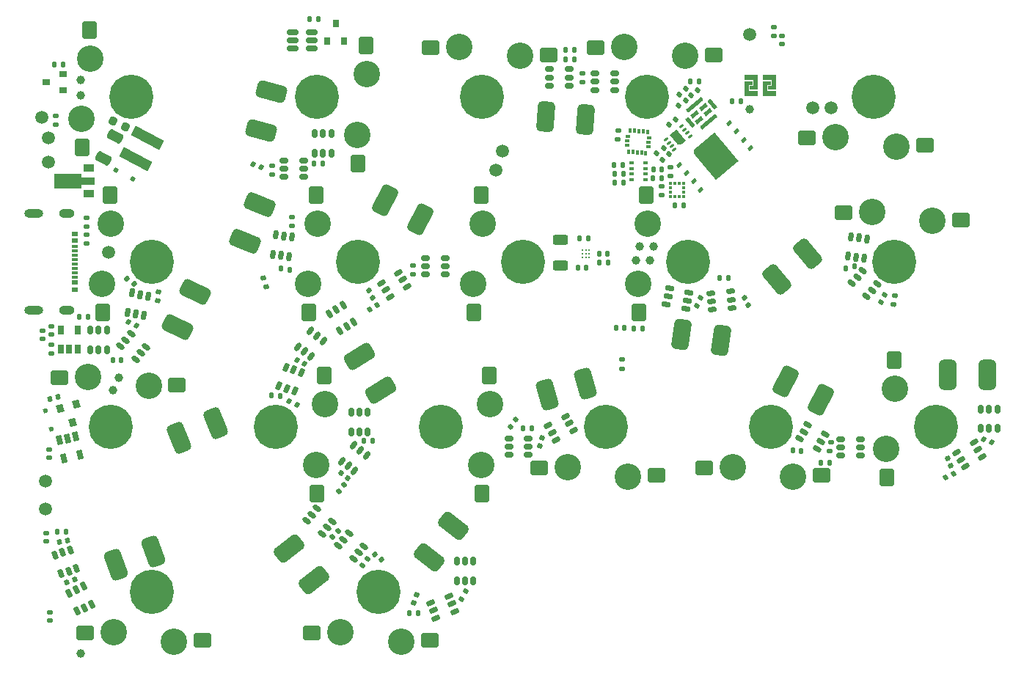
<source format=gbs>
G04 #@! TF.GenerationSoftware,KiCad,Pcbnew,(6.0.11-0)*
G04 #@! TF.CreationDate,2023-02-16T18:47:19+08:00*
G04 #@! TF.ProjectId,Right,52696768-742e-46b6-9963-61645f706362,rev?*
G04 #@! TF.SameCoordinates,Original*
G04 #@! TF.FileFunction,Soldermask,Bot*
G04 #@! TF.FilePolarity,Negative*
%FSLAX46Y46*%
G04 Gerber Fmt 4.6, Leading zero omitted, Abs format (unit mm)*
G04 Created by KiCad (PCBNEW (6.0.11-0)) date 2023-02-16 18:47:19*
%MOMM*%
%LPD*%
G01*
G04 APERTURE LIST*
G04 Aperture macros list*
%AMRoundRect*
0 Rectangle with rounded corners*
0 $1 Rounding radius*
0 $2 $3 $4 $5 $6 $7 $8 $9 X,Y pos of 4 corners*
0 Add a 4 corners polygon primitive as box body*
4,1,4,$2,$3,$4,$5,$6,$7,$8,$9,$2,$3,0*
0 Add four circle primitives for the rounded corners*
1,1,$1+$1,$2,$3*
1,1,$1+$1,$4,$5*
1,1,$1+$1,$6,$7*
1,1,$1+$1,$8,$9*
0 Add four rect primitives between the rounded corners*
20,1,$1+$1,$2,$3,$4,$5,0*
20,1,$1+$1,$4,$5,$6,$7,0*
20,1,$1+$1,$6,$7,$8,$9,0*
20,1,$1+$1,$8,$9,$2,$3,0*%
%AMRotRect*
0 Rectangle, with rotation*
0 The origin of the aperture is its center*
0 $1 length*
0 $2 width*
0 $3 Rotation angle, in degrees counterclockwise*
0 Add horizontal line*
21,1,$1,$2,0,0,$3*%
%AMOutline4P*
0 Free polygon, 4 corners , with rotation*
0 The origin of the aperture is its center*
0 number of corners: always 4*
0 $1 to $8 corner X, Y*
0 $9 Rotation angle, in degrees counterclockwise*
0 create outline with 4 corners*
4,1,4,$1,$2,$3,$4,$5,$6,$7,$8,$1,$2,$9*%
%AMOutline5P*
0 Free polygon, 5 corners , with rotation*
0 The origin of the aperture is its center*
0 number of corners: always 5*
0 $1 to $10 corner X, Y*
0 $11 Rotation angle, in degrees counterclockwise*
0 create outline with 5 corners*
4,1,5,$1,$2,$3,$4,$5,$6,$7,$8,$9,$10,$1,$2,$11*%
%AMOutline6P*
0 Free polygon, 6 corners , with rotation*
0 The origin of the aperture is its center*
0 number of corners: always 6*
0 $1 to $12 corner X, Y*
0 $13 Rotation angle, in degrees counterclockwise*
0 create outline with 6 corners*
4,1,6,$1,$2,$3,$4,$5,$6,$7,$8,$9,$10,$11,$12,$1,$2,$13*%
%AMOutline7P*
0 Free polygon, 7 corners , with rotation*
0 The origin of the aperture is its center*
0 number of corners: always 7*
0 $1 to $14 corner X, Y*
0 $15 Rotation angle, in degrees counterclockwise*
0 create outline with 7 corners*
4,1,7,$1,$2,$3,$4,$5,$6,$7,$8,$9,$10,$11,$12,$13,$14,$1,$2,$15*%
%AMOutline8P*
0 Free polygon, 8 corners , with rotation*
0 The origin of the aperture is its center*
0 number of corners: always 8*
0 $1 to $16 corner X, Y*
0 $17 Rotation angle, in degrees counterclockwise*
0 create outline with 8 corners*
4,1,8,$1,$2,$3,$4,$5,$6,$7,$8,$9,$10,$11,$12,$13,$14,$15,$16,$1,$2,$17*%
%AMFreePoly0*
4,1,6,0.500000,-0.850000,-0.199999,-0.850000,-0.500000,-0.550000,-0.500000,0.850000,0.500000,0.850000,0.500000,-0.850000,0.500000,-0.850000,$1*%
%AMFreePoly1*
4,1,9,1.475000,0.375000,1.050000,0.375000,1.050000,0.775000,0.300000,0.775000,0.300000,-0.250000,-0.250000,-0.250000,-0.250000,1.250000,1.475000,1.250000,1.475000,0.375000,1.475000,0.375000,$1*%
%AMFreePoly2*
4,1,9,3.862500,-0.866500,0.737500,-0.866500,0.737500,-0.450000,-0.737500,-0.450000,-0.737500,0.450000,0.737500,0.450000,0.737500,0.866500,3.862500,0.866500,3.862500,-0.866500,3.862500,-0.866500,$1*%
G04 Aperture macros list end*
%ADD10RoundRect,0.500000X-0.042321X-1.345626X0.897371X-1.003606X0.042321X1.345626X-0.897371X1.003606X0*%
%ADD11RoundRect,0.500000X0.042321X1.345626X-0.897371X1.003606X-0.042321X-1.345626X0.897371X-1.003606X0*%
%ADD12RoundRect,0.500000X-0.500000X-1.250000X0.500000X-1.250000X0.500000X1.250000X-0.500000X1.250000X0*%
%ADD13RoundRect,0.500000X0.500000X1.250000X-0.500000X1.250000X-0.500000X-1.250000X0.500000X-1.250000X0*%
%ADD14C,3.050000*%
%ADD15C,5.100000*%
%ADD16RoundRect,0.170000X0.680000X-0.830000X0.680000X0.830000X-0.680000X0.830000X-0.680000X-0.830000X0*%
%ADD17RoundRect,0.170000X-0.680000X0.830000X-0.680000X-0.830000X0.680000X-0.830000X0.680000X0.830000X0*%
%ADD18RoundRect,0.500000X-0.136084X-1.339396X0.825178X-1.063758X0.136084X1.339396X-0.825178X1.063758X0*%
%ADD19RoundRect,0.500000X0.136084X1.339396X-0.825178X1.063758X-0.136084X-1.339396X0.825178X-1.063758X0*%
%ADD20RoundRect,0.500000X1.292844X0.375571X0.677183X1.163582X-1.292844X-0.375571X-0.677183X-1.163582X0*%
%ADD21RoundRect,0.500000X-1.292844X-0.375571X-0.677183X-1.163582X1.292844X0.375571X0.677183X1.163582X0*%
%ADD22RoundRect,0.170000X0.830000X0.680000X-0.830000X0.680000X-0.830000X-0.680000X0.830000X-0.680000X0*%
%ADD23RoundRect,0.170000X-0.830000X-0.680000X0.830000X-0.680000X0.830000X0.680000X-0.830000X0.680000X0*%
%ADD24RoundRect,0.500000X0.669100X1.168249X-0.321168X1.307422X-0.669100X-1.168249X0.321168X-1.307422X0*%
%ADD25RoundRect,0.500000X-0.669100X-1.168249X0.321168X-1.307422X0.669100X1.168249X-0.321168X1.307422X0*%
%ADD26RoundRect,0.500000X-0.904307X0.997361X-1.342678X0.098567X0.904307X-0.997361X1.342678X-0.098567X0*%
%ADD27RoundRect,0.500000X0.904307X-0.997361X1.342678X-0.098567X-0.904307X0.997361X-1.342678X0.098567X0*%
%ADD28RoundRect,0.500000X-1.028313X-0.868949X-0.145366X-1.338420X1.028313X0.868949X0.145366X1.338420X0*%
%ADD29RoundRect,0.500000X1.028313X0.868949X0.145366X1.338420X-1.028313X-0.868949X-0.145366X-1.338420X0*%
%ADD30RoundRect,0.500000X0.585978X1.212077X-0.411586X1.281833X-0.585978X-1.212077X0.411586X-1.281833X0*%
%ADD31RoundRect,0.500000X-0.585978X-1.212077X0.411586X-1.281833X0.585978X1.212077X-0.411586X1.281833X0*%
%ADD32RoundRect,0.500000X0.420462X-1.278949X1.186507X-0.636162X-0.420462X1.278949X-1.186507X0.636162X0*%
%ADD33RoundRect,0.500000X-0.420462X1.278949X-1.186507X0.636162X0.420462X-1.278949X1.186507X-0.636162X0*%
%ADD34RoundRect,0.500000X0.677183X-1.163582X1.292844X-0.375571X-0.677183X1.163582X-1.292844X0.375571X0*%
%ADD35RoundRect,0.500000X-0.677183X1.163582X-1.292844X0.375571X0.677183X-1.163582X1.292844X-0.375571X0*%
%ADD36RoundRect,0.500000X-1.325020X-0.238375X-0.795100X-1.086423X1.325020X0.238375X0.795100X1.086423X0*%
%ADD37RoundRect,0.500000X1.325020X0.238375X0.795100X1.086423X-1.325020X-0.238375X-0.795100X-1.086423X0*%
%ADD38RoundRect,0.500000X0.971677X-0.931850X1.346283X-0.004666X-0.971677X0.931850X-1.346283X0.004666X0*%
%ADD39RoundRect,0.500000X-0.971677X0.931850X-1.346283X0.004666X0.971677X-0.931850X1.346283X-0.004666X0*%
%ADD40RoundRect,0.500000X-0.004666X1.346283X-0.931850X0.971677X0.004666X-1.346283X0.931850X-0.971677X0*%
%ADD41RoundRect,0.500000X0.004666X-1.346283X0.931850X-0.971677X-0.004666X1.346283X-0.931850X0.971677X0*%
%ADD42RoundRect,0.500000X1.077998X-0.806487X1.336817X0.159439X-1.077998X0.806487X-1.336817X-0.159439X0*%
%ADD43RoundRect,0.500000X-1.077998X0.806487X-1.336817X-0.159439X1.077998X-0.806487X1.336817X0.159439X0*%
%ADD44RoundRect,0.140000X0.213186X0.055243X-0.013339X0.219823X-0.213186X-0.055243X0.013339X-0.219823X0*%
%ADD45RoundRect,0.150000X-0.150000X0.350000X-0.150000X-0.350000X0.150000X-0.350000X0.150000X0.350000X0*%
%ADD46R,0.500000X0.350000*%
%ADD47C,1.500000*%
%ADD48RoundRect,0.135000X0.007516X-0.228896X0.220279X-0.062668X-0.007516X0.228896X-0.220279X0.062668X0*%
%ADD49RoundRect,0.140000X-0.170000X0.140000X-0.170000X-0.140000X0.170000X-0.140000X0.170000X0.140000X0*%
%ADD50RoundRect,0.135000X-0.185000X0.135000X-0.185000X-0.135000X0.185000X-0.135000X0.185000X0.135000X0*%
%ADD51RoundRect,0.135000X0.215044X-0.078777X0.140622X0.180763X-0.215044X0.078777X-0.140622X-0.180763X0*%
%ADD52C,1.000000*%
%ADD53RoundRect,0.135000X0.135000X0.185000X-0.135000X0.185000X-0.135000X-0.185000X0.135000X-0.185000X0*%
%ADD54RoundRect,0.150000X-0.332403X-0.185763X0.363762X-0.112593X0.332403X0.185763X-0.363762X0.112593X0*%
%ADD55RoundRect,0.147500X0.172500X-0.147500X0.172500X0.147500X-0.172500X0.147500X-0.172500X-0.147500X0*%
%ADD56RoundRect,0.135000X0.159433X0.164411X-0.107939X0.201988X-0.159433X-0.164411X0.107939X-0.201988X0*%
%ADD57RoundRect,0.135000X-0.015500X0.228495X-0.222332X0.054942X0.015500X-0.228495X0.222332X-0.054942X0*%
%ADD58RoundRect,0.135000X0.185000X-0.135000X0.185000X0.135000X-0.185000X0.135000X-0.185000X-0.135000X0*%
%ADD59RoundRect,0.150000X0.312679X-0.217329X-0.058265X0.376305X-0.312679X0.217329X0.058265X-0.376305X0*%
%ADD60RoundRect,0.140000X0.062649X-0.211128X0.219223X0.021002X-0.062649X0.211128X-0.219223X-0.021002X0*%
%ADD61RoundRect,0.150000X0.097280X0.368153X-0.333683X-0.183455X-0.097280X-0.368153X0.333683X0.183455X0*%
%ADD62R,0.650000X1.060000*%
%ADD63RoundRect,0.135000X-0.135000X-0.185000X0.135000X-0.185000X0.135000X0.185000X-0.135000X0.185000X0*%
%ADD64R,0.800000X0.540000*%
%ADD65R,0.800000X0.300000*%
%ADD66O,2.200000X1.000000*%
%ADD67O,1.800000X1.000000*%
%ADD68RoundRect,0.135000X-0.190132X-0.127670X0.063585X-0.220016X0.190132X0.127670X-0.063585X0.220016X0*%
%ADD69R,0.800000X0.900000*%
%ADD70RoundRect,0.150000X0.350000X0.150000X-0.350000X0.150000X-0.350000X-0.150000X0.350000X-0.150000X0*%
%ADD71RoundRect,0.150000X0.228109X0.304904X-0.378109X-0.045096X-0.228109X-0.304904X0.378109X0.045096X0*%
%ADD72RotRect,1.060000X0.650000X284.000000*%
%ADD73RotRect,0.500000X0.500000X106.000000*%
%ADD74RoundRect,0.087500X0.074208X-0.193147X0.100366X0.180940X-0.074208X0.193147X-0.100366X-0.180940X0*%
%ADD75RoundRect,0.087500X0.180940X-0.100366X0.193147X0.074208X-0.180940X0.100366X-0.193147X-0.074208X0*%
%ADD76RotRect,0.500000X0.500000X332.000000*%
%ADD77RoundRect,0.140000X-0.148861X0.162297X-0.187830X-0.114978X0.148861X-0.162297X0.187830X0.114978X0*%
%ADD78RoundRect,0.150000X-0.364534X0.110069X0.171697X-0.339882X0.364534X-0.110069X-0.171697X0.339882X0*%
%ADD79RoundRect,0.150000X-0.373538X-0.073953X0.311165X-0.219491X0.373538X0.073953X-0.311165X0.219491X0*%
%ADD80RoundRect,0.135000X-0.007516X0.228896X-0.220279X0.062668X0.007516X-0.228896X0.220279X-0.062668X0*%
%ADD81RoundRect,0.140000X-0.140000X-0.170000X0.140000X-0.170000X0.140000X0.170000X-0.140000X0.170000X0*%
%ADD82RoundRect,0.135000X-0.114096X0.198575X-0.223915X-0.048082X0.114096X-0.198575X0.223915X0.048082X0*%
%ADD83RoundRect,0.250000X0.625000X-0.312500X0.625000X0.312500X-0.625000X0.312500X-0.625000X-0.312500X0*%
%ADD84RoundRect,0.150000X0.217329X0.312679X-0.376305X-0.058265X-0.217329X-0.312679X0.376305X0.058265X0*%
%ADD85RoundRect,0.135000X0.220279X0.062668X0.007516X0.228896X-0.220279X-0.062668X-0.007516X-0.228896X0*%
%ADD86RotRect,1.200000X3.700000X242.000000*%
%ADD87RoundRect,0.135000X-0.107097X0.202436X-0.225457X-0.040239X0.107097X-0.202436X0.225457X0.040239X0*%
%ADD88RoundRect,0.150000X-0.360470X0.122724X0.159731X-0.345667X0.360470X-0.122724X-0.159731X0.345667X0*%
%ADD89RoundRect,0.135000X0.202436X0.107097X-0.040239X0.225457X-0.202436X-0.107097X0.040239X-0.225457X0*%
%ADD90RoundRect,0.150000X-0.350000X-0.150000X0.350000X-0.150000X0.350000X0.150000X-0.350000X0.150000X0*%
%ADD91RoundRect,0.150000X-0.021247X0.380195X-0.260661X-0.277589X0.021247X-0.380195X0.260661X0.277589X0*%
%ADD92Outline4P,-0.225000X0.475000X0.225000X0.475000X0.225000X-0.475000X-0.225000X-0.475000X310.000000*%
%ADD93Outline6P,-0.225000X0.537500X-0.112500X0.650000X0.225000X0.650000X0.225000X-0.650000X-0.112500X-0.650000X-0.225000X-0.537500X220.000000*%
%ADD94Outline6P,-0.225000X1.037500X-0.112500X1.150000X0.225000X1.150000X0.225000X-1.150000X-0.112500X-1.150000X-0.225000X-1.037500X130.000000*%
%ADD95Outline6P,-0.225000X0.537500X-0.112500X0.650000X0.225000X0.650000X0.225000X-0.650000X-0.112500X-0.650000X-0.225000X-0.537500X40.000000*%
%ADD96Outline6P,-0.225000X1.037500X-0.112500X1.150000X0.225000X1.150000X0.225000X-1.150000X-0.112500X-1.150000X-0.225000X-1.037500X310.000000*%
%ADD97RoundRect,0.140000X0.140000X0.170000X-0.140000X0.170000X-0.140000X-0.170000X0.140000X-0.170000X0*%
%ADD98RoundRect,0.150000X0.073953X-0.373538X0.219491X0.311165X-0.073953X0.373538X-0.219491X-0.311165X0*%
%ADD99RoundRect,0.135000X0.086234X0.212164X-0.175745X0.146845X-0.086234X-0.212164X0.175745X-0.146845X0*%
%ADD100RoundRect,0.135000X-0.055868X-0.222101X0.194472X-0.120957X0.055868X0.222101X-0.194472X0.120957X0*%
%ADD101RoundRect,0.135000X-0.217958X-0.070317X0.000477X-0.229019X0.217958X0.070317X-0.000477X0.229019X0*%
%ADD102RoundRect,0.150000X-0.099830X0.367470X-0.197251X-0.325718X0.099830X-0.367470X0.197251X0.325718X0*%
%ADD103RoundRect,0.135000X0.198575X0.114096X-0.048082X0.223915X-0.198575X-0.114096X0.048082X-0.223915X0*%
%ADD104R,0.375000X0.350000*%
%ADD105R,0.350000X0.375000*%
%ADD106RoundRect,0.140000X0.170000X-0.140000X0.170000X0.140000X-0.170000X0.140000X-0.170000X-0.140000X0*%
%ADD107RoundRect,0.225000X0.311821X0.126065X-0.092636X0.323332X-0.311821X-0.126065X0.092636X-0.323332X0*%
%ADD108RoundRect,0.150000X0.279390X-0.258730X-0.005326X0.380751X-0.279390X0.258730X0.005326X-0.380751X0*%
%ADD109RoundRect,0.140000X0.207631X-0.073414X0.111865X0.189700X-0.207631X0.073414X-0.111865X-0.189700X0*%
%ADD110RoundRect,0.135000X0.194472X0.120957X-0.055868X0.222101X-0.194472X-0.120957X0.055868X-0.222101X0*%
%ADD111RoundRect,0.150000X0.364534X-0.110069X-0.171697X0.339882X-0.364534X0.110069X0.171697X-0.339882X0*%
%ADD112RoundRect,0.140000X0.118417X-0.185681X0.204942X0.080615X-0.118417X0.185681X-0.204942X-0.080615X0*%
%ADD113R,0.900000X0.800000*%
%ADD114RoundRect,0.135000X0.164411X-0.159433X0.201988X0.107939X-0.164411X0.159433X-0.201988X-0.107939X0*%
%ADD115RoundRect,0.135000X0.175132X-0.147576X0.193966X0.121766X-0.175132X0.147576X-0.193966X-0.121766X0*%
%ADD116RoundRect,0.150000X0.250814X-0.286517X0.034503X0.379222X-0.250814X0.286517X-0.034503X-0.379222X0*%
%ADD117RoundRect,0.135000X0.141374X0.180176X-0.128461X0.189599X-0.141374X-0.180176X0.128461X-0.189599X0*%
%ADD118C,0.310000*%
%ADD119RoundRect,0.140000X-0.091423X0.200354X-0.214167X-0.051308X0.091423X-0.200354X0.214167X0.051308X0*%
%ADD120RoundRect,0.135000X-0.071224X-0.217663X0.185561X-0.134228X0.071224X0.217663X-0.185561X0.134228X0*%
%ADD121RotRect,0.550000X0.250000X40.000000*%
%ADD122RotRect,0.550000X0.250000X220.000000*%
%ADD123FreePoly0,40.000000*%
%ADD124RoundRect,0.150000X0.378109X-0.045096X-0.228109X0.304904X-0.378109X0.045096X0.228109X-0.304904X0*%
%ADD125RoundRect,0.135000X0.062668X-0.220279X0.228896X-0.007516X-0.062668X0.220279X-0.228896X0.007516X0*%
%ADD126RotRect,0.900000X0.800000X286.000000*%
%ADD127FreePoly1,90.000000*%
%ADD128FreePoly1,270.000000*%
%ADD129RoundRect,0.150000X0.238611X0.296757X-0.379452X-0.031873X-0.238611X-0.296757X0.379452X0.031873X0*%
%ADD130RoundRect,0.140000X-0.101596X-0.195393X0.172286X-0.137177X0.101596X0.195393X-0.172286X0.137177X0*%
%ADD131RoundRect,0.140000X0.157003X0.154435X-0.121463X0.183703X-0.157003X-0.154435X0.121463X-0.183703X0*%
%ADD132RoundRect,0.140000X-0.002028X0.220218X-0.216520X0.040237X0.002028X-0.220218X0.216520X-0.040237X0*%
%ADD133RoundRect,0.140000X0.165011X-0.145848X0.174782X0.133982X-0.165011X0.145848X-0.174782X-0.133982X0*%
%ADD134RoundRect,0.147500X-0.172500X0.147500X-0.172500X-0.147500X0.172500X-0.147500X0.172500X0.147500X0*%
%ADD135RoundRect,0.135000X-0.134228X0.185561X-0.217663X-0.071224X0.134228X-0.185561X0.217663X0.071224X0*%
%ADD136RoundRect,0.135000X0.158747X-0.165074X0.205632X0.100824X-0.158747X0.165074X-0.205632X-0.100824X0*%
%ADD137RoundRect,0.140000X-0.025036X0.218799X-0.219540X0.017384X0.025036X-0.218799X0.219540X-0.017384X0*%
%ADD138RoundRect,0.135000X0.047149X-0.224114X0.227814X-0.023465X-0.047149X0.224114X-0.227814X0.023465X0*%
%ADD139R,1.300000X0.900000*%
%ADD140FreePoly2,180.000000*%
%ADD141RoundRect,0.150000X0.099830X-0.367470X0.197251X0.325718X-0.099830X0.367470X-0.197251X-0.325718X0*%
%ADD142RoundRect,0.140000X-0.145848X-0.165011X0.133982X-0.174782X0.145848X0.165011X-0.133982X0.174782X0*%
%ADD143RoundRect,0.140000X-0.217224X0.036244X-0.077224X-0.206244X0.217224X-0.036244X0.077224X0.206244X0*%
%ADD144RoundRect,0.140000X0.217224X-0.036244X0.077224X0.206244X-0.217224X0.036244X-0.077224X-0.206244X0*%
%ADD145RoundRect,0.150000X0.277589X0.260661X-0.380195X0.021247X-0.277589X-0.260661X0.380195X-0.021247X0*%
%ADD146RoundRect,0.135000X-0.078777X-0.215044X0.180763X-0.140622X0.078777X0.215044X-0.180763X0.140622X0*%
%ADD147Outline5P,-0.200000X0.260000X-0.160000X0.300000X0.200000X0.300000X0.200000X-0.300000X-0.200000X-0.300000X310.000000*%
%ADD148Outline5P,-1.700000X1.810000X-1.360000X2.150000X1.700000X2.150000X1.700000X-2.150000X-1.700000X-2.150000X40.000000*%
%ADD149RoundRect,0.135000X0.206050X0.099967X-0.032346X0.226724X-0.206050X-0.099967X0.032346X-0.226724X0*%
%ADD150RoundRect,0.135000X-0.024413X-0.227715X0.209413X-0.092715X0.024413X0.227715X-0.209413X0.092715X0*%
%ADD151RoundRect,0.150000X-0.512500X-0.150000X0.512500X-0.150000X0.512500X0.150000X-0.512500X0.150000X0*%
%ADD152RoundRect,0.250000X0.421338X-0.592114X0.726494X-0.018199X-0.421338X0.592114X-0.726494X0.018199X0*%
G04 APERTURE END LIST*
D10*
X66816538Y-109941288D03*
D11*
X71139124Y-108367995D03*
D12*
X162841859Y-87981942D03*
D13*
X167441859Y-87981942D03*
D14*
X90073752Y-70530006D03*
X89023752Y-77530006D03*
D15*
X94773752Y-74930006D03*
D16*
X89123752Y-80830547D03*
D17*
X89973752Y-67229465D03*
D15*
X132873752Y-74930006D03*
D14*
X127123752Y-77530006D03*
X128173752Y-70530006D03*
D16*
X127223752Y-80830547D03*
D17*
X128073752Y-67229465D03*
D18*
X116623184Y-90260354D03*
D19*
X121044988Y-88992422D03*
D20*
X89655214Y-111656978D03*
D21*
X86823172Y-108032129D03*
D14*
X137998752Y-98680006D03*
D15*
X142398752Y-93980006D03*
D14*
X144998752Y-99730006D03*
D22*
X148299293Y-99630006D03*
D23*
X134698211Y-98780006D03*
D24*
X136663190Y-84003607D03*
D25*
X132107957Y-83363411D03*
D14*
X161086252Y-70230000D03*
X154086252Y-69180000D03*
D15*
X156686252Y-74930000D03*
D23*
X150785711Y-69280000D03*
D22*
X164386793Y-70130000D03*
D14*
X113461252Y-51180006D03*
X106461252Y-50130006D03*
D15*
X109061252Y-55880006D03*
D23*
X103160711Y-50230006D03*
D22*
X116761793Y-51080006D03*
D26*
X75942780Y-78385630D03*
D27*
X73926272Y-82520082D03*
D28*
X144164886Y-88720732D03*
D29*
X148226445Y-90880301D03*
D30*
X121003042Y-58544235D03*
D31*
X116414248Y-58223355D03*
D14*
X118948752Y-98680006D03*
X125948752Y-99730006D03*
D15*
X123348752Y-93980006D03*
D22*
X129249293Y-99630006D03*
D23*
X115648211Y-98780006D03*
D14*
X73561250Y-118780000D03*
X66561250Y-117730000D03*
D15*
X70961250Y-113030000D03*
D22*
X76861791Y-118680000D03*
D23*
X63260709Y-117830000D03*
D32*
X143107109Y-76965428D03*
D33*
X146630913Y-74008605D03*
D14*
X132511252Y-51180006D03*
X125511252Y-50130006D03*
D15*
X128111252Y-55880006D03*
D23*
X122210711Y-50230006D03*
D22*
X135811793Y-51080006D03*
D34*
X102977176Y-109041008D03*
D35*
X105809218Y-105416158D03*
D15*
X154305002Y-55880006D03*
D14*
X156905002Y-61630006D03*
X149905002Y-60580006D03*
D22*
X160205543Y-61530006D03*
D23*
X146604461Y-60680006D03*
D36*
X94953949Y-85852365D03*
D37*
X97391577Y-89753386D03*
D14*
X99755000Y-118780000D03*
D15*
X97155000Y-113030000D03*
D14*
X92755000Y-117730000D03*
D22*
X103055541Y-118680000D03*
D23*
X89454459Y-117830000D03*
D14*
X155698752Y-96580006D03*
X156748752Y-89580006D03*
D15*
X161448752Y-93980006D03*
D16*
X155798752Y-99880547D03*
D17*
X156648752Y-86279465D03*
D38*
X81715740Y-72592344D03*
D39*
X83438930Y-68327298D03*
D14*
X108073750Y-77530000D03*
X109123750Y-70530000D03*
D15*
X113823750Y-74930000D03*
D16*
X108173750Y-80830541D03*
D17*
X109023750Y-67229459D03*
D40*
X78358776Y-93555336D03*
D41*
X74093730Y-95278526D03*
D14*
X62830002Y-58480000D03*
D15*
X68580002Y-55880000D03*
D14*
X63880002Y-51480000D03*
D16*
X62930002Y-61780541D03*
D17*
X63780002Y-48179459D03*
D14*
X95761252Y-53280006D03*
D15*
X90011252Y-55880006D03*
D14*
X94711252Y-60280006D03*
D17*
X95661252Y-49979465D03*
D16*
X94811252Y-63580547D03*
D14*
X90998752Y-91380006D03*
D15*
X85248752Y-93980006D03*
D14*
X89948752Y-98380006D03*
D17*
X90898752Y-88079465D03*
D16*
X90048752Y-101680547D03*
D15*
X104298752Y-93980006D03*
D14*
X108998752Y-98380006D03*
X110048752Y-91380006D03*
D17*
X109948752Y-88079465D03*
D16*
X109098752Y-101680547D03*
D15*
X66198752Y-93980006D03*
D14*
X63598752Y-88230006D03*
X70598752Y-89280006D03*
D23*
X60298211Y-88330006D03*
D22*
X73899293Y-89180006D03*
D28*
X97942359Y-67877943D03*
D29*
X102003918Y-70037512D03*
D14*
X65211252Y-77530006D03*
D15*
X70961252Y-74930006D03*
D14*
X66261252Y-70530006D03*
D16*
X65311252Y-80830547D03*
D17*
X66161252Y-67229465D03*
D42*
X83616176Y-59752580D03*
D43*
X84806743Y-55309322D03*
D44*
X93568328Y-99892137D03*
X92791672Y-99327863D03*
D45*
X166670000Y-91932500D03*
X167620000Y-91932500D03*
X168570000Y-91932500D03*
X168570000Y-94207500D03*
X167620000Y-94207500D03*
X166670000Y-94207500D03*
D46*
X126320000Y-63515000D03*
X126320000Y-64165000D03*
X126320000Y-64815000D03*
X126320000Y-65465000D03*
X127920000Y-65465000D03*
X127920000Y-64815000D03*
X127920000Y-64165000D03*
X127920000Y-63515000D03*
D47*
X147280000Y-57130000D03*
D48*
X131838115Y-55633987D03*
X132641885Y-55006013D03*
D49*
X58350000Y-82895000D03*
X58350000Y-83855000D03*
D50*
X59380000Y-84510000D03*
X59380000Y-85530000D03*
D51*
X84160575Y-77830243D03*
X83879425Y-76849757D03*
D52*
X62780002Y-120180006D03*
D53*
X61110000Y-106100000D03*
X60090000Y-106100000D03*
D54*
X135682922Y-80494929D03*
X135583620Y-79550133D03*
X135484318Y-78605337D03*
X137746856Y-78367535D03*
X137846158Y-79312331D03*
X137945460Y-80257127D03*
D55*
X59380000Y-83365000D03*
X59380000Y-82395000D03*
D56*
X86915037Y-75860978D03*
X85904963Y-75719022D03*
D57*
X134010683Y-55112178D03*
X133229317Y-55767822D03*
D58*
X63440000Y-72830000D03*
X63440000Y-71810000D03*
D59*
X94278429Y-81861231D03*
X93472783Y-82364655D03*
X92667137Y-82868078D03*
X91461571Y-80938769D03*
X92267217Y-80435345D03*
X93072863Y-79931922D03*
D60*
X112411587Y-93987938D03*
X112948413Y-93192062D03*
D45*
X63880000Y-82862500D03*
X64830000Y-82862500D03*
X65780000Y-82862500D03*
X65780000Y-85137500D03*
X64830000Y-85137500D03*
X63880000Y-85137500D03*
D61*
X89261705Y-82938759D03*
X90010315Y-83523638D03*
X90758925Y-84108516D03*
X89358295Y-85901241D03*
X88609685Y-85316362D03*
X87861075Y-84731484D03*
D62*
X62400000Y-84990000D03*
X61450000Y-84990000D03*
X60500000Y-84990000D03*
X60500000Y-82790000D03*
X62400000Y-82790000D03*
D53*
X96460000Y-95640000D03*
X95440000Y-95640000D03*
D52*
X127300000Y-73200000D03*
D63*
X136510000Y-76810000D03*
X137530000Y-76810000D03*
D64*
X62069184Y-71731211D03*
X62069184Y-78131211D03*
X62069184Y-72531211D03*
X62069184Y-77331211D03*
D65*
X62069184Y-76181211D03*
X62069184Y-75181211D03*
X62069184Y-74681211D03*
X62069184Y-73681211D03*
X62069184Y-73181211D03*
X62069184Y-74181211D03*
X62069184Y-75681211D03*
X62069184Y-76689211D03*
D66*
X57369184Y-69355911D03*
X57369184Y-80506511D03*
D67*
X61169184Y-80506811D03*
X61169184Y-69355911D03*
D68*
X82660757Y-63675570D03*
X83619243Y-64024430D03*
D69*
X93150000Y-49460000D03*
X91250000Y-49460000D03*
X92200000Y-47460000D03*
D70*
X104837500Y-74510000D03*
X104837500Y-75460000D03*
X104837500Y-76410000D03*
X102562500Y-76410000D03*
X102562500Y-75460000D03*
X102562500Y-74510000D03*
D57*
X130660683Y-62542178D03*
X129879317Y-63197822D03*
D71*
X165860104Y-95808526D03*
X166335104Y-96631250D03*
X166810104Y-97453974D03*
X164839896Y-98591474D03*
X164364896Y-97768750D03*
X163889896Y-96946026D03*
D72*
X60312105Y-95542501D03*
X61233886Y-95312675D03*
X62155667Y-95082849D03*
X62687895Y-97217499D03*
X60844333Y-97677151D03*
D73*
X59342365Y-94237234D03*
X58735963Y-92122458D03*
D49*
X58790000Y-106270000D03*
X58790000Y-107230000D03*
D74*
X128002112Y-62381772D03*
X127503330Y-62346894D03*
X127004548Y-62312016D03*
X126505766Y-62277138D03*
X126006984Y-62242259D03*
D75*
X125833106Y-61503330D03*
X125867984Y-61004548D03*
X125902862Y-60505766D03*
D74*
X126177888Y-59798228D03*
X126676670Y-59833106D03*
X127175452Y-59867984D03*
X127674234Y-59902862D03*
X128173016Y-59937741D03*
D75*
X128346894Y-60676670D03*
X128312016Y-61175452D03*
X128277138Y-61674234D03*
D50*
X120700000Y-53150000D03*
X120700000Y-54170000D03*
D63*
X100690000Y-115540000D03*
X101710000Y-115540000D03*
D76*
X66808758Y-64363581D03*
X68751242Y-65396419D03*
D77*
X71776803Y-78444671D03*
X71643197Y-79395329D03*
D78*
X92497249Y-107757658D03*
X93107897Y-107029916D03*
X93718546Y-106302174D03*
X95461297Y-107764516D03*
X94850649Y-108492258D03*
X94240000Y-109220000D03*
D47*
X58680002Y-100280006D03*
D79*
X130369841Y-79862741D03*
X130567357Y-78933500D03*
X130764873Y-78004260D03*
X132990159Y-78477259D03*
X132792643Y-79406500D03*
X132595127Y-80335740D03*
D80*
X132601885Y-56296013D03*
X131798115Y-56923987D03*
D81*
X122620000Y-74025000D03*
X123580000Y-74025000D03*
D82*
X134320002Y-79059999D03*
X133905130Y-79991815D03*
D83*
X118175000Y-75337500D03*
X118175000Y-72412500D03*
D84*
X99411231Y-76181571D03*
X99914655Y-76987217D03*
X100418078Y-77792863D03*
X98488769Y-78998429D03*
X97985345Y-78192783D03*
X97481922Y-77387137D03*
D57*
X130040683Y-61802178D03*
X129259317Y-62457822D03*
D45*
X93990000Y-92292500D03*
X94940000Y-92292500D03*
X95890000Y-92292500D03*
X95890000Y-94567500D03*
X94940000Y-94567500D03*
X93990000Y-94567500D03*
D85*
X97511885Y-109333987D03*
X96708115Y-108706013D03*
D86*
X70467260Y-60613873D03*
X69152740Y-63086127D03*
D47*
X111459402Y-62159524D03*
D87*
X107193571Y-112991621D03*
X106746433Y-113908391D03*
D88*
X151769001Y-77414858D03*
X152404675Y-76708870D03*
X153040349Y-76002882D03*
X154731003Y-77525154D03*
X154095329Y-78231142D03*
X153459655Y-78937130D03*
D53*
X125410000Y-64770000D03*
X124390000Y-64770000D03*
D52*
X140000015Y-57305139D03*
D53*
X129810000Y-65300000D03*
X128790000Y-65300000D03*
D81*
X66470000Y-86300000D03*
X67430000Y-86300000D03*
D89*
X69168385Y-82343569D03*
X68251615Y-81896431D03*
D53*
X60710000Y-52140000D03*
X59690000Y-52140000D03*
D63*
X62620000Y-81310000D03*
X63640000Y-81310000D03*
D90*
X116862500Y-54610000D03*
X116862500Y-53660000D03*
X116862500Y-52710000D03*
X119137500Y-52710000D03*
X119137500Y-53660000D03*
X119137500Y-54610000D03*
D91*
X86446340Y-87106181D03*
X87339048Y-87431100D03*
X88231756Y-87756019D03*
X87453660Y-89893819D03*
X86560952Y-89568900D03*
X85668244Y-89243981D03*
D92*
X133609735Y-57918313D03*
X134643895Y-57050549D03*
X135190265Y-57701687D03*
X134156105Y-58569451D03*
D93*
X133107300Y-58894704D03*
D94*
X133618748Y-56801154D03*
D95*
X135692700Y-56725296D03*
D96*
X135219554Y-58786707D03*
D97*
X125530000Y-82575000D03*
X124570000Y-82575000D03*
D98*
X70042741Y-81160159D03*
X69113500Y-80962643D03*
X68184260Y-80765127D03*
X68657259Y-78539841D03*
X69586500Y-78737357D03*
X70515740Y-78934873D03*
D99*
X152104853Y-75456626D03*
X151115151Y-75703386D03*
D53*
X123610000Y-75050000D03*
X122590000Y-75050000D03*
D100*
X162577136Y-99841049D03*
X163522864Y-99458951D03*
D101*
X68087401Y-76880230D03*
X68912599Y-77479770D03*
D102*
X151647557Y-72031362D03*
X152588311Y-72163576D03*
X153529066Y-72295791D03*
X153212447Y-74548650D03*
X152271693Y-74416436D03*
X151330938Y-74284221D03*
D53*
X90730000Y-63570000D03*
X89710000Y-63570000D03*
D103*
X87755908Y-91487436D03*
X86824092Y-91072564D03*
D81*
X126645000Y-82650000D03*
X127605000Y-82650000D03*
D104*
X130857500Y-67410000D03*
X130857500Y-66910000D03*
X130857500Y-66410000D03*
X130857500Y-65910000D03*
D105*
X131370000Y-65897500D03*
X131870000Y-65897500D03*
D104*
X132382500Y-65910000D03*
X132382500Y-66410000D03*
X132382500Y-66910000D03*
X132382500Y-67410000D03*
D105*
X131870000Y-67422500D03*
X131370000Y-67422500D03*
D106*
X87160000Y-70760000D03*
X87160000Y-69800000D03*
D107*
X67926565Y-59369738D03*
X66533435Y-58690262D03*
D108*
X64050531Y-114492758D03*
X63182663Y-114879158D03*
X62314795Y-115265558D03*
X61389469Y-113187242D03*
X62257337Y-112800842D03*
X63125205Y-112414442D03*
D109*
X163154170Y-98511052D03*
X162825830Y-97608948D03*
D52*
X62808824Y-53942304D03*
D70*
X88527500Y-63260000D03*
X88527500Y-64210000D03*
X88527500Y-65160000D03*
X86252500Y-65160000D03*
X86252500Y-64210000D03*
X86252500Y-63260000D03*
D110*
X167922864Y-95781049D03*
X166977136Y-95398951D03*
D52*
X67200000Y-88300000D03*
D111*
X70312024Y-84733429D03*
X69701376Y-85461171D03*
X69090727Y-86188913D03*
X67347976Y-84726571D03*
X67958624Y-83998829D03*
X68569273Y-83271087D03*
D78*
X88837249Y-104877658D03*
X89447897Y-104149916D03*
X90058546Y-103422174D03*
X91801297Y-104884516D03*
X91190649Y-105612258D03*
X90580000Y-106340000D03*
D52*
X66498613Y-89738072D03*
D112*
X101241672Y-114296507D03*
X101538328Y-113383493D03*
D113*
X60760000Y-53270000D03*
X60760000Y-55170000D03*
X58760000Y-54220000D03*
D47*
X59055002Y-63400736D03*
D45*
X106180000Y-109502500D03*
X107130000Y-109502500D03*
X108080000Y-109502500D03*
X108080000Y-111777500D03*
X107130000Y-111777500D03*
X106180000Y-111777500D03*
D114*
X149249024Y-96785043D03*
X149390980Y-95774969D03*
D50*
X125270000Y-86250000D03*
X125270000Y-87270000D03*
D115*
X124754424Y-60848758D03*
X124825576Y-59831242D03*
D97*
X119710000Y-51610000D03*
X118750000Y-51610000D03*
D47*
X149380000Y-57130000D03*
D116*
X62295011Y-110358261D03*
X61391507Y-110651827D03*
X60488003Y-110945393D03*
X59784989Y-108781739D03*
X60688493Y-108488173D03*
X61591997Y-108194607D03*
D117*
X149189689Y-98157805D03*
X148170311Y-98122207D03*
D118*
X121475000Y-73625000D03*
X121075000Y-73625000D03*
X120675000Y-73625000D03*
X121475000Y-74025000D03*
X121075000Y-74025000D03*
X120675000Y-74025000D03*
X121475000Y-74425000D03*
X121075000Y-74425000D03*
X120675000Y-74425000D03*
D47*
X140017502Y-48736256D03*
D119*
X155570420Y-78738585D03*
X155149584Y-79601427D03*
D120*
X61144961Y-111927599D03*
X62115039Y-111612401D03*
D121*
X131301988Y-61959809D03*
X130980595Y-61576787D03*
X130659201Y-61193764D03*
D122*
X130337807Y-60810742D03*
D121*
X132138012Y-59300191D03*
X132459405Y-59683213D03*
X132780799Y-60066236D03*
X133102193Y-60449258D03*
D123*
X131720000Y-60630000D03*
D124*
X148680104Y-94866026D03*
X148205104Y-95688750D03*
X147730104Y-96511474D03*
X145759896Y-95373974D03*
X146234896Y-94551250D03*
X146709896Y-93728526D03*
D58*
X63460000Y-70920000D03*
X63460000Y-69900000D03*
D63*
X118720000Y-50500000D03*
X119740000Y-50500000D03*
D49*
X59880002Y-58120006D03*
X59880002Y-59080006D03*
D125*
X92546013Y-101481885D03*
X93173987Y-100678115D03*
D126*
X60391164Y-91870594D03*
X62217561Y-91346883D03*
X61855637Y-93531262D03*
D127*
X140670000Y-55535000D03*
D128*
X139670000Y-53585000D03*
D90*
X122152500Y-55110000D03*
X122152500Y-54160000D03*
X122152500Y-53210000D03*
X124427500Y-53210000D03*
X124427500Y-54160000D03*
X124427500Y-55110000D03*
D70*
X152737500Y-95430000D03*
X152737500Y-96380000D03*
X152737500Y-97330000D03*
X150462500Y-97330000D03*
X150462500Y-96380000D03*
X150462500Y-95430000D03*
X114447500Y-95330000D03*
X114447500Y-96280000D03*
X114447500Y-97230000D03*
X112172500Y-97230000D03*
X112172500Y-96280000D03*
X112172500Y-95330000D03*
D129*
X118738355Y-92777176D03*
X119184353Y-93615976D03*
X119630351Y-94454776D03*
X117621645Y-95522824D03*
X117175647Y-94684024D03*
X116729649Y-93845224D03*
D106*
X130810000Y-65030000D03*
X130810000Y-64070000D03*
D130*
X60340489Y-107289798D03*
X61279511Y-107090202D03*
D131*
X85757371Y-90430174D03*
X84802629Y-90329826D03*
D53*
X134180000Y-54080000D03*
X133160000Y-54080000D03*
D58*
X129830000Y-67270000D03*
X129830000Y-66250000D03*
D132*
X131437701Y-58541462D03*
X130702299Y-59158538D03*
D133*
X84853248Y-64859708D03*
X84886752Y-63900292D03*
D134*
X143730000Y-48855000D03*
X143730000Y-49825000D03*
D52*
X128500000Y-74800000D03*
D135*
X116047599Y-95264961D03*
X115732401Y-96235039D03*
D136*
X156571439Y-79882252D03*
X156748561Y-78877748D03*
D137*
X95913436Y-109274717D03*
X95246564Y-109965283D03*
D138*
X91778016Y-106740091D03*
X92460530Y-105982083D03*
D97*
X129840000Y-64300000D03*
X128880000Y-64300000D03*
D139*
X63700000Y-64100000D03*
D140*
X63612500Y-65600000D03*
D139*
X63700000Y-67100000D03*
D58*
X142740000Y-48900000D03*
X142740000Y-47880000D03*
D63*
X89160000Y-46910000D03*
X90180000Y-46910000D03*
D141*
X86822445Y-74358644D03*
X85881691Y-74226430D03*
X84940936Y-74094215D03*
X85257555Y-71841356D03*
X86198309Y-71973570D03*
X87139064Y-72105785D03*
D142*
X144940292Y-96723248D03*
X145899708Y-96756752D03*
D53*
X114800000Y-94170000D03*
X113780000Y-94170000D03*
D47*
X59055002Y-60642506D03*
D143*
X139360000Y-79134308D03*
X139840000Y-79965692D03*
D144*
X96480000Y-79125692D03*
X96000000Y-78294308D03*
D52*
X128900000Y-73199992D03*
D97*
X121130000Y-75650000D03*
X120170000Y-75650000D03*
D63*
X131380000Y-68390000D03*
X132400000Y-68390000D03*
D45*
X89790000Y-60117500D03*
X90740000Y-60117500D03*
X91690000Y-60117500D03*
X91690000Y-62392500D03*
X90740000Y-62392500D03*
X89790000Y-62392500D03*
D49*
X59130000Y-96600000D03*
X59130000Y-97560000D03*
D145*
X105273981Y-113518244D03*
X105598900Y-114410952D03*
X105923819Y-115303660D03*
X103786019Y-116081756D03*
X103461100Y-115189048D03*
X103136181Y-114296340D03*
D52*
X62773851Y-55708421D03*
D146*
X59169757Y-90810575D03*
X60150243Y-90529425D03*
D147*
X134341844Y-66647670D03*
X133525503Y-65674794D03*
X132709163Y-64701917D03*
X131877502Y-63741897D03*
X137622835Y-58920990D03*
X138454497Y-59881010D03*
X139270837Y-60853887D03*
X140087177Y-61826763D03*
D148*
X135990000Y-62777902D03*
D53*
X125390000Y-65820000D03*
X124370000Y-65820000D03*
D149*
X88630305Y-86739436D03*
X87729699Y-86260576D03*
D47*
X58680002Y-103480006D03*
D150*
X96088327Y-80465000D03*
X96971673Y-79955000D03*
D53*
X121385000Y-72225000D03*
X120365000Y-72225000D03*
D49*
X59190000Y-115420000D03*
X59190000Y-116380000D03*
D58*
X101120000Y-76430000D03*
X101120000Y-75410000D03*
D47*
X58280002Y-58280006D03*
D151*
X87202495Y-50330000D03*
X87202495Y-49380000D03*
X87202495Y-48430000D03*
X89477495Y-48430000D03*
X89477495Y-49380000D03*
X89477495Y-50330000D03*
D61*
X94291705Y-96148759D03*
X95040315Y-96733638D03*
X95788925Y-97318516D03*
X94388295Y-99111241D03*
X93639685Y-98526362D03*
X92891075Y-97941484D03*
D127*
X142750000Y-55535000D03*
D128*
X141750000Y-53585000D03*
D53*
X125370000Y-63790000D03*
X124350000Y-63790000D03*
D52*
X126900000Y-74800000D03*
D47*
X110685633Y-64389028D03*
D53*
X138930000Y-56410000D03*
X137910000Y-56410000D03*
D152*
X65397529Y-63052348D03*
X66782471Y-60447652D03*
D47*
X65949572Y-73867713D03*
M02*

</source>
